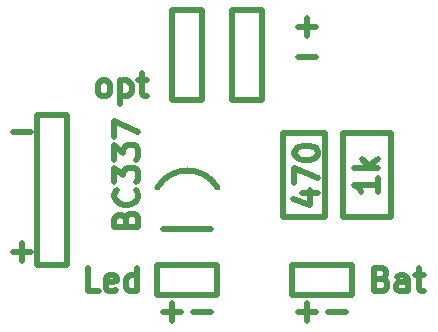
<source format=gbr>
G04 #@! TF.FileFunction,Drawing*
%FSLAX46Y46*%
G04 Gerber Fmt 4.6, Leading zero omitted, Abs format (unit mm)*
G04 Created by KiCad (PCBNEW 4.0.7) date Thu May 24 13:30:27 2018*
%MOMM*%
%LPD*%
G01*
G04 APERTURE LIST*
%ADD10C,0.100000*%
%ADD11C,0.500000*%
G04 APERTURE END LIST*
D10*
D11*
X40640000Y-31496000D02*
G75*
G03X35560000Y-31496000I-2540000J-1524000D01*
G01*
X36068000Y-35052000D02*
X40132000Y-35052000D01*
X55372000Y-26924000D02*
X51308000Y-26924000D01*
X55372000Y-34036000D02*
X55372000Y-26924000D01*
X51308000Y-34036000D02*
X55372000Y-34036000D01*
X51308000Y-26924000D02*
X51308000Y-34036000D01*
X49784000Y-34036000D02*
X49784000Y-26924000D01*
X46228000Y-34036000D02*
X49784000Y-34036000D01*
X46228000Y-26924000D02*
X46228000Y-34036000D01*
X49784000Y-26924000D02*
X46228000Y-26924000D01*
X40640000Y-40640000D02*
X40640000Y-38100000D01*
X35560000Y-40640000D02*
X40640000Y-40640000D01*
X35560000Y-38100000D02*
X35560000Y-40640000D01*
X40640000Y-38100000D02*
X35560000Y-38100000D01*
X46990000Y-40640000D02*
X46990000Y-38100000D01*
X52070000Y-40640000D02*
X46990000Y-40640000D01*
X52070000Y-38100000D02*
X52070000Y-40640000D01*
X46990000Y-38100000D02*
X52070000Y-38100000D01*
X41910000Y-24130000D02*
X41910000Y-16510000D01*
X44450000Y-24130000D02*
X41910000Y-24130000D01*
X44450000Y-16510000D02*
X44450000Y-24130000D01*
X41910000Y-16510000D02*
X44450000Y-16510000D01*
X36830000Y-24130000D02*
X36830000Y-16510000D01*
X39370000Y-24130000D02*
X36830000Y-24130000D01*
X39370000Y-16510000D02*
X39370000Y-24130000D01*
X36830000Y-16510000D02*
X39370000Y-16510000D01*
X25400000Y-38100000D02*
X25400000Y-25400000D01*
X27940000Y-38100000D02*
X25400000Y-38100000D01*
X27940000Y-25400000D02*
X27940000Y-38100000D01*
X25400000Y-25400000D02*
X27940000Y-25400000D01*
X30892953Y-23764762D02*
X30702477Y-23669524D01*
X30607238Y-23574286D01*
X30512000Y-23383810D01*
X30512000Y-22812381D01*
X30607238Y-22621905D01*
X30702477Y-22526667D01*
X30892953Y-22431429D01*
X31178667Y-22431429D01*
X31369143Y-22526667D01*
X31464381Y-22621905D01*
X31559619Y-22812381D01*
X31559619Y-23383810D01*
X31464381Y-23574286D01*
X31369143Y-23669524D01*
X31178667Y-23764762D01*
X30892953Y-23764762D01*
X32416762Y-22431429D02*
X32416762Y-24431429D01*
X32416762Y-22526667D02*
X32607239Y-22431429D01*
X32988191Y-22431429D01*
X33178667Y-22526667D01*
X33273905Y-22621905D01*
X33369143Y-22812381D01*
X33369143Y-23383810D01*
X33273905Y-23574286D01*
X33178667Y-23669524D01*
X32988191Y-23764762D01*
X32607239Y-23764762D01*
X32416762Y-23669524D01*
X33940572Y-22431429D02*
X34702477Y-22431429D01*
X34226286Y-21764762D02*
X34226286Y-23479048D01*
X34321525Y-23669524D01*
X34512001Y-23764762D01*
X34702477Y-23764762D01*
X38608095Y-42052857D02*
X40131905Y-42052857D01*
X36068095Y-42052857D02*
X37591905Y-42052857D01*
X36830000Y-42814762D02*
X36830000Y-41290952D01*
X47498095Y-20462857D02*
X49021905Y-20462857D01*
X47498095Y-17922857D02*
X49021905Y-17922857D01*
X48260000Y-18684762D02*
X48260000Y-17160952D01*
X32877143Y-34194286D02*
X32972381Y-33908572D01*
X33067619Y-33813333D01*
X33258095Y-33718095D01*
X33543810Y-33718095D01*
X33734286Y-33813333D01*
X33829524Y-33908572D01*
X33924762Y-34099048D01*
X33924762Y-34860953D01*
X31924762Y-34860953D01*
X31924762Y-34194286D01*
X32020000Y-34003810D01*
X32115238Y-33908572D01*
X32305714Y-33813333D01*
X32496190Y-33813333D01*
X32686667Y-33908572D01*
X32781905Y-34003810D01*
X32877143Y-34194286D01*
X32877143Y-34860953D01*
X33734286Y-31718095D02*
X33829524Y-31813333D01*
X33924762Y-32099048D01*
X33924762Y-32289524D01*
X33829524Y-32575238D01*
X33639048Y-32765714D01*
X33448571Y-32860953D01*
X33067619Y-32956191D01*
X32781905Y-32956191D01*
X32400952Y-32860953D01*
X32210476Y-32765714D01*
X32020000Y-32575238D01*
X31924762Y-32289524D01*
X31924762Y-32099048D01*
X32020000Y-31813333D01*
X32115238Y-31718095D01*
X31924762Y-31051429D02*
X31924762Y-29813333D01*
X32686667Y-30480000D01*
X32686667Y-30194286D01*
X32781905Y-30003810D01*
X32877143Y-29908572D01*
X33067619Y-29813333D01*
X33543810Y-29813333D01*
X33734286Y-29908572D01*
X33829524Y-30003810D01*
X33924762Y-30194286D01*
X33924762Y-30765714D01*
X33829524Y-30956191D01*
X33734286Y-31051429D01*
X31924762Y-29146667D02*
X31924762Y-27908571D01*
X32686667Y-28575238D01*
X32686667Y-28289524D01*
X32781905Y-28099048D01*
X32877143Y-28003810D01*
X33067619Y-27908571D01*
X33543810Y-27908571D01*
X33734286Y-28003810D01*
X33829524Y-28099048D01*
X33924762Y-28289524D01*
X33924762Y-28860952D01*
X33829524Y-29051429D01*
X33734286Y-29146667D01*
X31924762Y-27241905D02*
X31924762Y-25908571D01*
X33924762Y-26765714D01*
X50038095Y-42052857D02*
X51561905Y-42052857D01*
X47498095Y-42052857D02*
X49021905Y-42052857D01*
X48260000Y-42814762D02*
X48260000Y-41290952D01*
X23368095Y-36972857D02*
X24891905Y-36972857D01*
X24130000Y-37734762D02*
X24130000Y-36210952D01*
X23368095Y-26812857D02*
X24891905Y-26812857D01*
X54244762Y-30718095D02*
X54244762Y-31860953D01*
X54244762Y-31289524D02*
X52244762Y-31289524D01*
X52530476Y-31480000D01*
X52720952Y-31670476D01*
X52816190Y-31860953D01*
X54244762Y-29860953D02*
X52244762Y-29860953D01*
X53482857Y-29670476D02*
X54244762Y-29099048D01*
X52911429Y-29099048D02*
X53673333Y-29860953D01*
X47831429Y-32003810D02*
X49164762Y-32003810D01*
X47069524Y-32480000D02*
X48498095Y-32956191D01*
X48498095Y-31718095D01*
X47164762Y-31146667D02*
X47164762Y-29813333D01*
X49164762Y-30670476D01*
X47164762Y-28670476D02*
X47164762Y-28480000D01*
X47260000Y-28289524D01*
X47355238Y-28194286D01*
X47545714Y-28099048D01*
X47926667Y-28003809D01*
X48402857Y-28003809D01*
X48783810Y-28099048D01*
X48974286Y-28194286D01*
X49069524Y-28289524D01*
X49164762Y-28480000D01*
X49164762Y-28670476D01*
X49069524Y-28860952D01*
X48974286Y-28956190D01*
X48783810Y-29051429D01*
X48402857Y-29146667D01*
X47926667Y-29146667D01*
X47545714Y-29051429D01*
X47355238Y-28956190D01*
X47260000Y-28860952D01*
X47164762Y-28670476D01*
X54546667Y-39227143D02*
X54832381Y-39322381D01*
X54927620Y-39417619D01*
X55022858Y-39608095D01*
X55022858Y-39893810D01*
X54927620Y-40084286D01*
X54832381Y-40179524D01*
X54641905Y-40274762D01*
X53880000Y-40274762D01*
X53880000Y-38274762D01*
X54546667Y-38274762D01*
X54737143Y-38370000D01*
X54832381Y-38465238D01*
X54927620Y-38655714D01*
X54927620Y-38846190D01*
X54832381Y-39036667D01*
X54737143Y-39131905D01*
X54546667Y-39227143D01*
X53880000Y-39227143D01*
X56737143Y-40274762D02*
X56737143Y-39227143D01*
X56641905Y-39036667D01*
X56451429Y-38941429D01*
X56070477Y-38941429D01*
X55880000Y-39036667D01*
X56737143Y-40179524D02*
X56546667Y-40274762D01*
X56070477Y-40274762D01*
X55880000Y-40179524D01*
X55784762Y-39989048D01*
X55784762Y-39798571D01*
X55880000Y-39608095D01*
X56070477Y-39512857D01*
X56546667Y-39512857D01*
X56737143Y-39417619D01*
X57403810Y-38941429D02*
X58165715Y-38941429D01*
X57689524Y-38274762D02*
X57689524Y-39989048D01*
X57784763Y-40179524D01*
X57975239Y-40274762D01*
X58165715Y-40274762D01*
X30607142Y-40274762D02*
X29654761Y-40274762D01*
X29654761Y-38274762D01*
X32035714Y-40179524D02*
X31845238Y-40274762D01*
X31464286Y-40274762D01*
X31273809Y-40179524D01*
X31178571Y-39989048D01*
X31178571Y-39227143D01*
X31273809Y-39036667D01*
X31464286Y-38941429D01*
X31845238Y-38941429D01*
X32035714Y-39036667D01*
X32130952Y-39227143D01*
X32130952Y-39417619D01*
X31178571Y-39608095D01*
X33845238Y-40274762D02*
X33845238Y-38274762D01*
X33845238Y-40179524D02*
X33654762Y-40274762D01*
X33273810Y-40274762D01*
X33083334Y-40179524D01*
X32988095Y-40084286D01*
X32892857Y-39893810D01*
X32892857Y-39322381D01*
X32988095Y-39131905D01*
X33083334Y-39036667D01*
X33273810Y-38941429D01*
X33654762Y-38941429D01*
X33845238Y-39036667D01*
M02*

</source>
